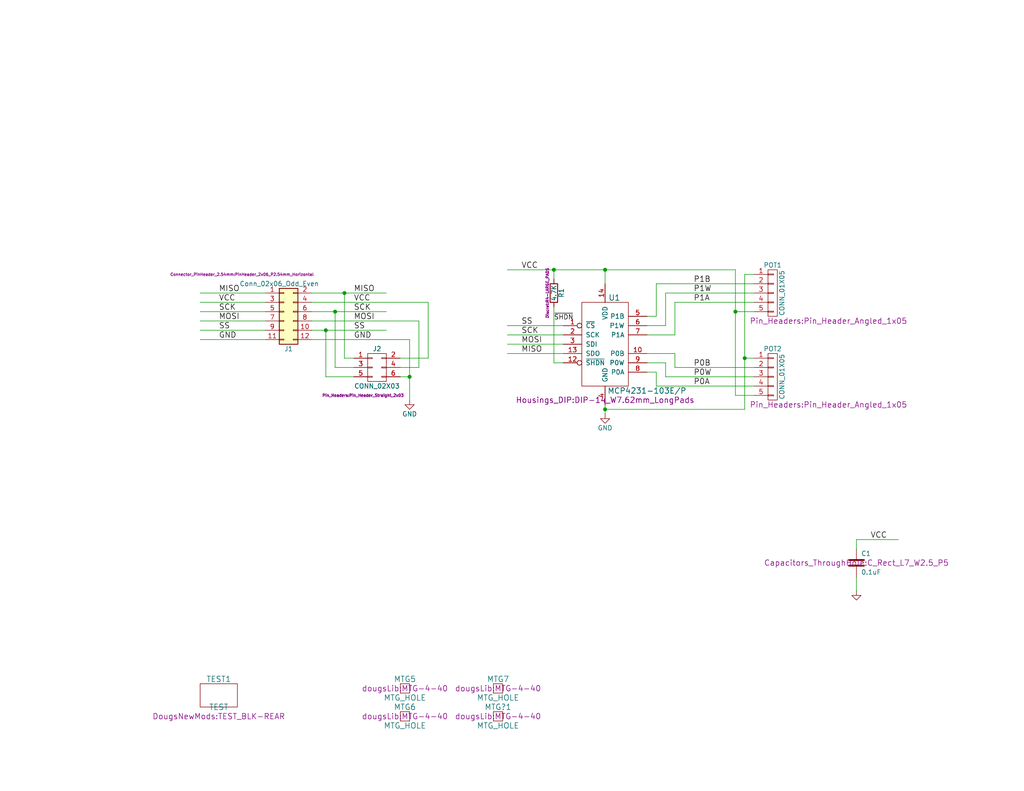
<source format=kicad_sch>
(kicad_sch (version 20211123) (generator eeschema)
  (paper "A")
  (title_block (title "SPI-POTX2") (date "2022-05-16") (rev "2") (company "LAND-BOARDS.COM"))
  (lib_symbols
    (symbol "Connector_Generic:Conn_02x06_Odd_Even" (pin_names (offset 1.016) hide)
      (property "Reference" "J" (at 1.27 7.62 0))
      (property "Value" "Conn_02x06_Odd_Even" (at 1.27 -10.16 0))
      (symbol "Conn_02x06_Odd_Even_1_1"
        (rectangle (start -1.27 -7.493) (end 0 -7.747) (stroke (width 0.1524)))
        (rectangle (start -1.27 -4.953) (end 0 -5.207) (stroke (width 0.1524)))
        (rectangle (start -1.27 -2.413) (end 0 -2.667) (stroke (width 0.1524)))
        (rectangle (start -1.27 0.127) (end 0 -0.127) (stroke (width 0.1524)))
        (rectangle (start -1.27 2.667) (end 0 2.413) (stroke (width 0.1524)))
        (rectangle (start -1.27 5.207) (end 0 4.953) (stroke (width 0.1524)))
        (rectangle (start -1.27 6.35) (end 3.81 -8.89) (stroke (width 0.254)) (fill (type background)))
        (rectangle (start 3.81 -7.493) (end 2.54 -7.747) (stroke (width 0.1524)))
        (rectangle (start 3.81 -4.953) (end 2.54 -5.207) (stroke (width 0.1524)))
        (rectangle (start 3.81 -2.413) (end 2.54 -2.667) (stroke (width 0.1524)))
        (rectangle (start 3.81 0.127) (end 2.54 -0.127) (stroke (width 0.1524)))
        (rectangle (start 3.81 2.667) (end 2.54 2.413) (stroke (width 0.1524)))
        (rectangle (start 3.81 5.207) (end 2.54 4.953) (stroke (width 0.1524)))
        (pin passive line (at -5.08 5.08 0) (length 3.81) (name "Pin_1") (number "1"))
        (pin passive line (at 7.62 -5.08 180) (length 3.81) (name "Pin_10") (number "10"))
        (pin passive line (at -5.08 -7.62 0) (length 3.81) (name "Pin_11") (number "11"))
        (pin passive line (at 7.62 -7.62 180) (length 3.81) (name "Pin_12") (number "12"))
        (pin passive line (at 7.62 5.08 180) (length 3.81) (name "Pin_2") (number "2"))
        (pin passive line (at -5.08 2.54 0) (length 3.81) (name "Pin_3") (number "3"))
        (pin passive line (at 7.62 2.54 180) (length 3.81) (name "Pin_4") (number "4"))
        (pin passive line (at -5.08 0 0) (length 3.81) (name "Pin_5") (number "5"))
        (pin passive line (at 7.62 0 180) (length 3.81) (name "Pin_6") (number "6"))
        (pin passive line (at -5.08 -2.54 0) (length 3.81) (name "Pin_7") (number "7"))
        (pin passive line (at 7.62 -2.54 180) (length 3.81) (name "Pin_8") (number "8"))
        (pin passive line (at -5.08 -5.08 0) (length 3.81) (name "Pin_9") (number "9"))
      )
    )
    (symbol "Device:C" (pin_numbers hide) (pin_names (offset 0.254))
      (property "Reference" "C" (at 0.635 2.54 0))
      (property "Value" "C" (at 0.635 -2.54 0))
      (symbol "C_0_1"
        (polyline (pts (xy -2.032 -0.762) (xy 2.032 -0.762)) (stroke (width 0.508)))
        (polyline (pts (xy -2.032 0.762) (xy 2.032 0.762)) (stroke (width 0.508)))
      )
      (symbol "C_1_1"
        (pin passive line (at 0 3.81 270) (length 2.794) (name "~") (number "1"))
        (pin passive line (at 0 -3.81 90) (length 2.794) (name "~") (number "2"))
      )
    )
    (symbol "Device:R" (pin_numbers hide) (pin_names (offset 0))
      (property "Reference" "R" (at 2.032 0 90))
      (property "Value" "R" (at 0 0 90))
      (symbol "R_0_1"
        (rectangle (start -1.016 -2.54) (end 1.016 2.54) (stroke (width 0.254)))
      )
      (symbol "R_1_1"
        (pin passive line (at 0 3.81 270) (length 1.27) (name "~") (number "1"))
        (pin passive line (at 0 -3.81 90) (length 1.27) (name "~") (number "2"))
      )
    )
    (symbol "LandBoards_Semis:MCP42X1" (pin_names (offset 1.016))
      (property "Reference" "U" (at 2.54 12.7 0))
      (property "Value" "MCP42X1" (at 6.35 -12.7 0))
      (symbol "MCP42X1_0_1"
        (rectangle (start -6.35 11.43) (end 6.35 -11.43))
      )
      (symbol "MCP42X1_1_1"
        (pin input inverted (at -11.43 5.08 0) (length 5.08) (name "~{CS}") (number "1"))
        (pin input line (at 11.43 -2.54 180) (length 5.08) (name "P0B") (number "10"))
        (pin output inverted (at -11.43 -5.08 0) (length 5.08) (name "~{SHDN}") (number "12"))
        (pin output line (at -11.43 -2.54 0) (length 5.08) (name "SDO") (number "13"))
        (pin power_in line (at 0 16.51 270) (length 5.08) (name "VDD") (number "14"))
        (pin input line (at -11.43 2.54 0) (length 5.08) (name "SCK") (number "2"))
        (pin input line (at -11.43 0 0) (length 5.08) (name "SDI") (number "3"))
        (pin power_in line (at 0 -16.51 90) (length 5.08) (name "GND") (number "4"))
        (pin input line (at 11.43 7.62 180) (length 5.08) (name "P1B") (number "5"))
        (pin input line (at 11.43 5.08 180) (length 5.08) (name "P1W") (number "6"))
        (pin input line (at 11.43 2.54 180) (length 5.08) (name "P1A") (number "7"))
        (pin input line (at 11.43 -7.62 180) (length 5.08) (name "P0A") (number "8"))
        (pin input line (at 11.43 -5.08 180) (length 5.08) (name "P0W") (number "9"))
      )
    )
    (symbol "SPI-POTX2-rescue:CONN_01X05" (pin_names (offset 1.016) hide)
      (property "Reference" "P" (at 0 7.62 0))
      (property "Value" "CONN_01X05" (at 2.54 0 90))
      (symbol "CONN_01X05_0_1"
        (rectangle (start -1.27 -4.953) (end 0.254 -5.207))
        (rectangle (start -1.27 -2.413) (end 0.254 -2.667))
        (rectangle (start -1.27 0.127) (end 0.254 -0.127))
        (rectangle (start -1.27 2.667) (end 0.254 2.413))
        (rectangle (start -1.27 5.207) (end 0.254 4.953))
        (rectangle (start -1.27 6.35) (end 1.27 -6.35))
      )
      (symbol "CONN_01X05_1_1"
        (pin passive line (at -5.08 5.08 0) (length 3.81) (name "P1") (number "1"))
        (pin passive line (at -5.08 2.54 0) (length 3.81) (name "P2") (number "2"))
        (pin passive line (at -5.08 0 0) (length 3.81) (name "P3") (number "3"))
        (pin passive line (at -5.08 -2.54 0) (length 3.81) (name "P4") (number "4"))
        (pin passive line (at -5.08 -5.08 0) (length 3.81) (name "P5") (number "5"))
      )
    )
    (symbol "SPI-POTX2-rescue:CONN_02X03" (pin_names (offset 0.0254) hide)
      (property "Reference" "P" (at 0 5.08 0))
      (property "Value" "CONN_02X03" (at 0 -5.08 0))
      (symbol "CONN_02X03_0_1"
        (rectangle (start -2.54 -2.413) (end -1.27 -2.667))
        (rectangle (start -2.54 0.127) (end -1.27 -0.127))
        (rectangle (start -2.54 2.667) (end -1.27 2.413))
        (rectangle (start -2.54 3.81) (end 2.54 -3.81))
        (rectangle (start 1.27 -2.413) (end 2.54 -2.667))
        (rectangle (start 1.27 0.127) (end 2.54 -0.127))
        (rectangle (start 1.27 2.667) (end 2.54 2.413))
      )
      (symbol "CONN_02X03_1_1"
        (pin passive line (at -6.35 2.54 0) (length 3.81) (name "P1") (number "1"))
        (pin passive line (at 6.35 2.54 180) (length 3.81) (name "P2") (number "2"))
        (pin passive line (at -6.35 0 0) (length 3.81) (name "P3") (number "3"))
        (pin passive line (at 6.35 0 180) (length 3.81) (name "P4") (number "4"))
        (pin passive line (at -6.35 -2.54 0) (length 3.81) (name "P5") (number "5"))
        (pin passive line (at 6.35 -2.54 180) (length 3.81) (name "P6") (number "6"))
      )
    )
    (symbol "SPI-POTX2-rescue:COUPON" (pin_names (offset 1.016))
      (property "Reference" "COUP?" (at 0 0 0))
      (property "Value" "COUPON" (at 0 0 0))
      (symbol "COUPON_0_1"
        (rectangle (start -5.08 0) (end 5.08 6.35))
      )
    )
    (symbol "SPI-POTX2-rescue:MTG_HOLE" (pin_names (offset 1.016))
      (property "Reference" "MTG?" (at 0 2.54 0))
      (property "Value" "MTG_HOLE" (at 0 -2.54 0))
      (symbol "MTG_HOLE_0_1"
        (rectangle (start -1.27 -1.27) (end 1.27 -1.27))
        (rectangle (start -1.27 1.27) (end -1.27 -1.27))
        (rectangle (start 1.27 1.27) (end -1.27 1.27))
        (rectangle (start 1.27 1.27) (end 1.27 -1.27))
      )
    )
    (symbol "power:GND" (power) (pin_names (offset 0))
      (property "Value" "GND" (at 0 -3.81 0))
      (symbol "GND_0_1"
        (polyline (pts (xy 0 0) (xy 0 -1.27) (xy 1.27 -1.27) (xy 0 -2.54) (xy -1.27 -1.27) (xy 0 -1.27)))
      )
      (symbol "GND_1_1"
        (pin power_in line (at 0 0 270) (length 0) hide (name "GND") (number "1"))
      )
    )
  )
  (junction (at 151.13 73.66))
  (junction (at 88.9 90.17))
  (junction (at 111.76 102.87))
  (junction (at 200.66 85.09))
  (junction (at 203.2 97.79))
  (junction (at 165.1 73.66))
  (junction (at 165.1 111.76))
  (junction (at 91.44 85.09))
  (junction (at 93.98 80.01))
  (wire (pts (xy 184.15 96.52) (xy 184.15 100.33)))
  (wire (pts (xy 200.66 107.95) (xy 200.66 85.09)))
  (wire (pts (xy 179.07 105.41) (xy 205.74 105.41)))
  (wire (pts (xy 138.43 73.66) (xy 151.13 73.66)))
  (wire (pts (xy 116.84 82.55) (xy 116.84 97.79)))
  (wire (pts (xy 165.1 110.49) (xy 165.1 111.76)))
  (wire (pts (xy 151.13 76.2) (xy 151.13 73.66)))
  (wire (pts (xy 151.13 99.06) (xy 153.67 99.06)))
  (wire (pts (xy 205.74 77.47) (xy 179.07 77.47)))
  (wire (pts (xy 176.53 96.52) (xy 184.15 96.52)))
  (wire (pts (xy 184.15 82.55) (xy 184.15 91.44)))
  (wire (pts (xy 233.68 147.32) (xy 245.11 147.32)))
  (wire (pts (xy 181.61 80.01) (xy 205.74 80.01)))
  (wire (pts (xy 205.74 97.79) (xy 203.2 97.79)))
  (wire (pts (xy 233.68 157.48) (xy 233.68 161.29)))
  (wire (pts (xy 88.9 102.87) (xy 96.52 102.87)))
  (wire (pts (xy 91.44 85.09) (xy 105.41 85.09)))
  (wire (pts (xy 176.53 99.06) (xy 181.61 99.06)))
  (wire (pts (xy 176.53 101.6) (xy 179.07 101.6)))
  (wire (pts (xy 116.84 82.55) (xy 85.09 82.55)))
  (wire (pts (xy 88.9 90.17) (xy 88.9 102.87)))
  (wire (pts (xy 203.2 74.93) (xy 203.2 97.79)))
  (wire (pts (xy 91.44 85.09) (xy 91.44 100.33)))
  (wire (pts (xy 181.61 88.9) (xy 181.61 80.01)))
  (wire (pts (xy 138.43 91.44) (xy 153.67 91.44)))
  (wire (pts (xy 111.76 102.87) (xy 109.22 102.87)))
  (wire (pts (xy 153.67 88.9) (xy 138.43 88.9)))
  (wire (pts (xy 85.09 80.01) (xy 93.98 80.01)))
  (wire (pts (xy 165.1 73.66) (xy 165.1 77.47)))
  (wire (pts (xy 109.22 97.79) (xy 116.84 97.79)))
  (wire (pts (xy 114.3 87.63) (xy 85.09 87.63)))
  (wire (pts (xy 54.61 80.01) (xy 72.39 80.01)))
  (wire (pts (xy 184.15 91.44) (xy 176.53 91.44)))
  (wire (pts (xy 111.76 102.87) (xy 111.76 109.22)))
  (wire (pts (xy 179.07 101.6) (xy 179.07 105.41)))
  (wire (pts (xy 54.61 92.71) (xy 72.39 92.71)))
  (wire (pts (xy 176.53 88.9) (xy 181.61 88.9)))
  (wire (pts (xy 93.98 80.01) (xy 105.41 80.01)))
  (wire (pts (xy 93.98 80.01) (xy 93.98 97.79)))
  (wire (pts (xy 54.61 85.09) (xy 72.39 85.09)))
  (wire (pts (xy 233.68 147.32) (xy 233.68 149.86)))
  (wire (pts (xy 88.9 90.17) (xy 105.41 90.17)))
  (wire (pts (xy 200.66 85.09) (xy 200.66 73.66)))
  (wire (pts (xy 85.09 90.17) (xy 88.9 90.17)))
  (wire (pts (xy 138.43 93.98) (xy 153.67 93.98)))
  (wire (pts (xy 179.07 86.36) (xy 176.53 86.36)))
  (wire (pts (xy 205.74 74.93) (xy 203.2 74.93)))
  (wire (pts (xy 165.1 73.66) (xy 200.66 73.66)))
  (wire (pts (xy 85.09 92.71) (xy 111.76 92.71)))
  (wire (pts (xy 205.74 107.95) (xy 200.66 107.95)))
  (wire (pts (xy 203.2 111.76) (xy 165.1 111.76)))
  (wire (pts (xy 151.13 83.82) (xy 151.13 99.06)))
  (wire (pts (xy 205.74 85.09) (xy 200.66 85.09)))
  (wire (pts (xy 93.98 97.79) (xy 96.52 97.79)))
  (wire (pts (xy 54.61 82.55) (xy 72.39 82.55)))
  (wire (pts (xy 205.74 82.55) (xy 184.15 82.55)))
  (wire (pts (xy 54.61 90.17) (xy 72.39 90.17)))
  (wire (pts (xy 181.61 99.06) (xy 181.61 102.87)))
  (wire (pts (xy 179.07 77.47) (xy 179.07 86.36)))
  (wire (pts (xy 203.2 97.79) (xy 203.2 111.76)))
  (wire (pts (xy 85.09 85.09) (xy 91.44 85.09)))
  (wire (pts (xy 54.61 87.63) (xy 72.39 87.63)))
  (wire (pts (xy 151.13 73.66) (xy 165.1 73.66)))
  (wire (pts (xy 114.3 87.63) (xy 114.3 100.33)))
  (wire (pts (xy 109.22 100.33) (xy 114.3 100.33)))
  (wire (pts (xy 138.43 96.52) (xy 153.67 96.52)))
  (wire (pts (xy 165.1 111.76) (xy 165.1 113.03)))
  (wire (pts (xy 96.52 100.33) (xy 91.44 100.33)))
  (wire (pts (xy 184.15 100.33) (xy 205.74 100.33)))
  (wire (pts (xy 111.76 92.71) (xy 111.76 102.87)))
  (wire (pts (xy 181.61 102.87) (xy 205.74 102.87)))
  (label "VCC" (at 237.49 147.32 0) (effects (font (size 1.524 1.524))))
  (label "SS" (at 142.24 88.9 0) (effects (font (size 1.524 1.524))))
  (label "P1A" (at 189.23 82.55 0) (effects (font (size 1.524 1.524))))
  (label "P1B" (at 189.23 77.47 0) (effects (font (size 1.524 1.524))))
  (label "MOSI" (at 59.69 87.63 0) (effects (font (size 1.524 1.524))))
  (label "P1W" (at 189.23 80.01 0) (effects (font (size 1.524 1.524))))
  (label "SCK" (at 142.24 91.44 0) (effects (font (size 1.524 1.524))))
  (label "P0B" (at 189.23 100.33 0) (effects (font (size 1.524 1.524))))
  (label "SS" (at 96.52 90.17 0) (effects (font (size 1.524 1.524))))
  (label "SCK" (at 59.69 85.09 0) (effects (font (size 1.524 1.524))))
  (label "SCK" (at 96.52 85.09 0) (effects (font (size 1.524 1.524))))
  (label "MISO" (at 142.24 96.52 0) (effects (font (size 1.524 1.524))))
  (label "P0A" (at 189.23 105.41 0) (effects (font (size 1.524 1.524))))
  (label "P0W" (at 189.23 102.87 0) (effects (font (size 1.524 1.524))))
  (label "MISO" (at 96.52 80.01 0) (effects (font (size 1.524 1.524))))
  (label "MISO" (at 59.69 80.01 0) (effects (font (size 1.524 1.524))))
  (label "~{SHDN}" (at 151.13 87.63 0))
  (label "SS" (at 59.69 90.17 0) (effects (font (size 1.524 1.524))))
  (label "MOSI" (at 142.24 93.98 0) (effects (font (size 1.524 1.524))))
  (label "VCC" (at 59.69 82.55 0) (effects (font (size 1.524 1.524))))
  (label "GND" (at 59.69 92.71 0) (effects (font (size 1.524 1.524))))
  (label "VCC" (at 96.52 82.55 0) (effects (font (size 1.524 1.524))))
  (label "GND" (at 96.52 92.71 0) (effects (font (size 1.524 1.524))))
  (label "MOSI" (at 96.52 87.63 0) (effects (font (size 1.524 1.524))))
  (label "VCC" (at 142.24 73.66 0) (effects (font (size 1.524 1.524))))
  (symbol (lib_id "power:GND") (at 233.68 161.29 0) (unit 1)
    (property "Reference" "#PWR01" (effects hide))
    (property "Value" "GND" (effects hide))
  )
  (symbol (lib_id "Device:C") (at 233.68 153.67 0) (unit 1)
    (property "Reference" "C1" (at 234.95 151.13 0) (effects (justify left)))
    (property "Value" "0.1uF" (at 234.95 156.21 0) (effects (justify left)))
    (property "Footprint" "Capacitors_ThroughHole:C_Rect_L7_W2.5_P5" (at 233.68 153.67 0) (effects (font (size 1.524 1.524))))
  )
  (symbol (lib_id "SPI-POTX2-rescue:CONN_02X03") (at 102.87 100.33 0) (unit 1)
    (property "Reference" "J2" (at 102.87 95.25 0))
    (property "Value" "CONN_02X03" (at 102.87 105.41 0))
    (property "Footprint" "Pin_Headers:Pin_Header_Straight_2x03" (at 99.06 107.95 0) (effects (font (size 0.762 0.762))))
  )
  (symbol (lib_id "power:GND") (at 165.1 113.03 0) (unit 1)
    (property "Reference" "#PWR02" (effects hide))
    (property "Value" "GND" (at 165.1 116.84 0))
  )
  (symbol (lib_id "power:GND") (at 111.76 109.22 0) (unit 1)
    (property "Reference" "#PWR03" (effects hide))
    (property "Value" "GND" (at 111.76 113.03 0))
  )
  (symbol (lib_id "SPI-POTX2-rescue:MTG_HOLE") (at 135.89 195.58 0) (unit 1)
    (property "Reference" "MTG?1" (at 135.89 193.04 0) (effects (font (size 1.524 1.524))))
    (property "Value" "MTG_HOLE" (at 135.89 198.12 0) (effects (font (size 1.524 1.524))))
    (property "Footprint" "dougsLib:MTG-4-40" (at 135.89 195.58 0) (effects (font (size 1.524 1.524))))
  )
  (symbol (lib_id "SPI-POTX2-rescue:MTG_HOLE") (at 110.49 195.58 0) (unit 1)
    (property "Reference" "MTG6" (at 110.49 193.04 0) (effects (font (size 1.524 1.524))))
    (property "Value" "MTG_HOLE" (at 110.49 198.12 0) (effects (font (size 1.524 1.524))))
    (property "Footprint" "dougsLib:MTG-4-40" (at 110.49 195.58 0) (effects (font (size 1.524 1.524))))
  )
  (symbol (lib_id "SPI-POTX2-rescue:MTG_HOLE") (at 110.49 187.96 0) (unit 1)
    (property "Reference" "MTG5" (at 110.49 185.42 0) (effects (font (size 1.524 1.524))))
    (property "Value" "MTG_HOLE" (at 110.49 190.5 0) (effects (font (size 1.524 1.524))))
    (property "Footprint" "dougsLib:MTG-4-40" (at 110.49 187.96 0) (effects (font (size 1.524 1.524))))
  )
  (symbol (lib_id "SPI-POTX2-rescue:MTG_HOLE") (at 135.89 187.96 0) (unit 1)
    (property "Reference" "MTG7" (at 135.89 185.42 0) (effects (font (size 1.524 1.524))))
    (property "Value" "MTG_HOLE" (at 135.89 190.5 0) (effects (font (size 1.524 1.524))))
    (property "Footprint" "dougsLib:MTG-4-40" (at 135.89 187.96 0) (effects (font (size 1.524 1.524))))
  )
  (symbol (lib_id "LandBoards_Semis:MCP42X1") (at 165.1 93.98 0) (unit 1)
    (property "Reference" "U1" (at 167.64 81.28 0) (effects (font (size 1.524 1.524))))
    (property "Value" "MCP4231-103E/P" (at 176.53 106.68 0) (effects (font (size 1.524 1.524))))
    (property "Footprint" "Housings_DIP:DIP-14_W7.62mm_LongPads" (at 165.1 109.22 0) (effects (font (size 1.524 1.524))))
  )
  (symbol (lib_id "SPI-POTX2-rescue:COUPON") (at 59.69 193.04 0) (unit 1)
    (property "Reference" "TEST1" (at 59.69 185.42 0) (effects (font (size 1.524 1.524))))
    (property "Value" "TEST" (at 59.69 193.04 0) (effects (font (size 1.524 1.524))))
    (property "Footprint" "DougsNewMods:TEST_BLK-REAR" (at 59.69 195.58 0) (effects (font (size 1.524 1.524))))
  )
  (symbol (lib_id "Device:R") (at 151.13 80.01 0) (unit 1)
    (property "Reference" "R1" (at 153.162 80.01 90))
    (property "Value" "4.7K" (at 151.13 80.01 90))
    (property "Footprint" "Discret:R4-LARGE_PADS" (at 149.352 80.01 90) (effects (font (size 0.762 0.762))))
  )
  (symbol (lib_id "SPI-POTX2-rescue:CONN_01X05") (at 210.82 80.01 0) (unit 1)
    (property "Reference" "POT1" (at 210.82 72.39 0))
    (property "Value" "CONN_01X05" (at 213.36 80.01 90))
    (property "Footprint" "Pin_Headers:Pin_Header_Angled_1x05" (at 226.06 87.63 0) (effects (font (size 1.524 1.524))))
  )
  (symbol (lib_id "SPI-POTX2-rescue:CONN_01X05") (at 210.82 102.87 0) (unit 1)
    (property "Reference" "POT2" (at 210.82 95.25 0))
    (property "Value" "CONN_01X05" (at 213.36 102.87 90))
    (property "Footprint" "Pin_Headers:Pin_Header_Angled_1x05" (at 226.06 110.49 0) (effects (font (size 1.524 1.524))))
  )
  (symbol (lib_id "Connector_Generic:Conn_02x06_Odd_Even") (at 77.47 85.09 0) (unit 1)
    (property "Reference" "J1" (at 78.74 95.25 0))
    (property "Value" "Conn_02x06_Odd_Even" (at 76.2 77.47 0))
    (property "Footprint" "Connector_PinHeader_2.54mm:PinHeader_2x06_P2.54mm_Horizontal" (at 66.04 74.93 0) (effects (font (size 0.762 0.762))))
  )
)
</source>
